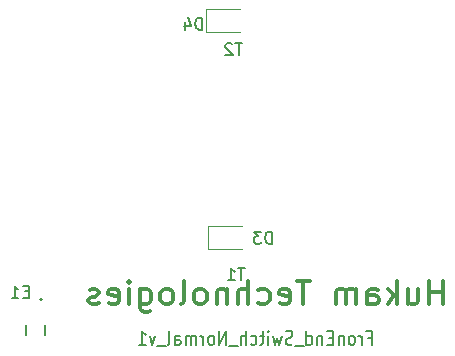
<source format=gbo>
G04 #@! TF.GenerationSoftware,KiCad,Pcbnew,5.1.7-a382d34a8~88~ubuntu18.04.1*
G04 #@! TF.CreationDate,2021-11-20T11:26:47+05:30*
G04 #@! TF.ProjectId,FrontEnd_switch_Normal_v1,46726f6e-7445-46e6-945f-737769746368,rev?*
G04 #@! TF.SameCoordinates,Original*
G04 #@! TF.FileFunction,Legend,Bot*
G04 #@! TF.FilePolarity,Positive*
%FSLAX46Y46*%
G04 Gerber Fmt 4.6, Leading zero omitted, Abs format (unit mm)*
G04 Created by KiCad (PCBNEW 5.1.7-a382d34a8~88~ubuntu18.04.1) date 2021-11-20 11:26:47*
%MOMM*%
%LPD*%
G01*
G04 APERTURE LIST*
%ADD10C,0.200000*%
%ADD11C,0.300000*%
%ADD12C,0.120000*%
%ADD13C,0.127000*%
%ADD14C,0.150000*%
G04 APERTURE END LIST*
D10*
X126609240Y-112243245D02*
X126942573Y-112243245D01*
X126942573Y-112871817D02*
X126942573Y-111671817D01*
X126466382Y-111671817D01*
X126085430Y-112871817D02*
X126085430Y-112071817D01*
X126085430Y-112300388D02*
X126037811Y-112186102D01*
X125990192Y-112128960D01*
X125894954Y-112071817D01*
X125799716Y-112071817D01*
X125323525Y-112871817D02*
X125418763Y-112814674D01*
X125466382Y-112757531D01*
X125514001Y-112643245D01*
X125514001Y-112300388D01*
X125466382Y-112186102D01*
X125418763Y-112128960D01*
X125323525Y-112071817D01*
X125180668Y-112071817D01*
X125085430Y-112128960D01*
X125037811Y-112186102D01*
X124990192Y-112300388D01*
X124990192Y-112643245D01*
X125037811Y-112757531D01*
X125085430Y-112814674D01*
X125180668Y-112871817D01*
X125323525Y-112871817D01*
X124561620Y-112071817D02*
X124561620Y-112871817D01*
X124561620Y-112186102D02*
X124514001Y-112128960D01*
X124418763Y-112071817D01*
X124275906Y-112071817D01*
X124180668Y-112128960D01*
X124133049Y-112243245D01*
X124133049Y-112871817D01*
X123656859Y-112243245D02*
X123323525Y-112243245D01*
X123180668Y-112871817D02*
X123656859Y-112871817D01*
X123656859Y-111671817D01*
X123180668Y-111671817D01*
X122752097Y-112071817D02*
X122752097Y-112871817D01*
X122752097Y-112186102D02*
X122704478Y-112128960D01*
X122609240Y-112071817D01*
X122466382Y-112071817D01*
X122371144Y-112128960D01*
X122323525Y-112243245D01*
X122323525Y-112871817D01*
X121418763Y-112871817D02*
X121418763Y-111671817D01*
X121418763Y-112814674D02*
X121514001Y-112871817D01*
X121704478Y-112871817D01*
X121799716Y-112814674D01*
X121847335Y-112757531D01*
X121894954Y-112643245D01*
X121894954Y-112300388D01*
X121847335Y-112186102D01*
X121799716Y-112128960D01*
X121704478Y-112071817D01*
X121514001Y-112071817D01*
X121418763Y-112128960D01*
X121180668Y-112986102D02*
X120418763Y-112986102D01*
X120228287Y-112814674D02*
X120085430Y-112871817D01*
X119847335Y-112871817D01*
X119752097Y-112814674D01*
X119704478Y-112757531D01*
X119656859Y-112643245D01*
X119656859Y-112528960D01*
X119704478Y-112414674D01*
X119752097Y-112357531D01*
X119847335Y-112300388D01*
X120037811Y-112243245D01*
X120133049Y-112186102D01*
X120180668Y-112128960D01*
X120228287Y-112014674D01*
X120228287Y-111900388D01*
X120180668Y-111786102D01*
X120133049Y-111728960D01*
X120037811Y-111671817D01*
X119799716Y-111671817D01*
X119656859Y-111728960D01*
X119323525Y-112071817D02*
X119133049Y-112871817D01*
X118942573Y-112300388D01*
X118752097Y-112871817D01*
X118561620Y-112071817D01*
X118180668Y-112871817D02*
X118180668Y-112071817D01*
X118180668Y-111671817D02*
X118228287Y-111728960D01*
X118180668Y-111786102D01*
X118133049Y-111728960D01*
X118180668Y-111671817D01*
X118180668Y-111786102D01*
X117847335Y-112071817D02*
X117466382Y-112071817D01*
X117704478Y-111671817D02*
X117704478Y-112700388D01*
X117656859Y-112814674D01*
X117561620Y-112871817D01*
X117466382Y-112871817D01*
X116704478Y-112814674D02*
X116799716Y-112871817D01*
X116990192Y-112871817D01*
X117085430Y-112814674D01*
X117133049Y-112757531D01*
X117180668Y-112643245D01*
X117180668Y-112300388D01*
X117133049Y-112186102D01*
X117085430Y-112128960D01*
X116990192Y-112071817D01*
X116799716Y-112071817D01*
X116704478Y-112128960D01*
X116275906Y-112871817D02*
X116275906Y-111671817D01*
X115847335Y-112871817D02*
X115847335Y-112243245D01*
X115894954Y-112128960D01*
X115990192Y-112071817D01*
X116133049Y-112071817D01*
X116228287Y-112128960D01*
X116275906Y-112186102D01*
X115609240Y-112986102D02*
X114847335Y-112986102D01*
X114609240Y-112871817D02*
X114609240Y-111671817D01*
X114037811Y-112871817D01*
X114037811Y-111671817D01*
X113418763Y-112871817D02*
X113514001Y-112814674D01*
X113561620Y-112757531D01*
X113609240Y-112643245D01*
X113609240Y-112300388D01*
X113561620Y-112186102D01*
X113514001Y-112128960D01*
X113418763Y-112071817D01*
X113275906Y-112071817D01*
X113180668Y-112128960D01*
X113133049Y-112186102D01*
X113085430Y-112300388D01*
X113085430Y-112643245D01*
X113133049Y-112757531D01*
X113180668Y-112814674D01*
X113275906Y-112871817D01*
X113418763Y-112871817D01*
X112656859Y-112871817D02*
X112656859Y-112071817D01*
X112656859Y-112300388D02*
X112609240Y-112186102D01*
X112561620Y-112128960D01*
X112466382Y-112071817D01*
X112371144Y-112071817D01*
X112037811Y-112871817D02*
X112037811Y-112071817D01*
X112037811Y-112186102D02*
X111990192Y-112128960D01*
X111894954Y-112071817D01*
X111752097Y-112071817D01*
X111656859Y-112128960D01*
X111609240Y-112243245D01*
X111609240Y-112871817D01*
X111609240Y-112243245D02*
X111561620Y-112128960D01*
X111466382Y-112071817D01*
X111323525Y-112071817D01*
X111228287Y-112128960D01*
X111180668Y-112243245D01*
X111180668Y-112871817D01*
X110275906Y-112871817D02*
X110275906Y-112243245D01*
X110323525Y-112128960D01*
X110418763Y-112071817D01*
X110609240Y-112071817D01*
X110704478Y-112128960D01*
X110275906Y-112814674D02*
X110371144Y-112871817D01*
X110609240Y-112871817D01*
X110704478Y-112814674D01*
X110752097Y-112700388D01*
X110752097Y-112586102D01*
X110704478Y-112471817D01*
X110609240Y-112414674D01*
X110371144Y-112414674D01*
X110275906Y-112357531D01*
X109656859Y-112871817D02*
X109752097Y-112814674D01*
X109799716Y-112700388D01*
X109799716Y-111671817D01*
X109514001Y-112986102D02*
X108752097Y-112986102D01*
X108609240Y-112071817D02*
X108371144Y-112871817D01*
X108133049Y-112071817D01*
X107228287Y-112871817D02*
X107799716Y-112871817D01*
X107514001Y-112871817D02*
X107514001Y-111671817D01*
X107609240Y-111843245D01*
X107704478Y-111957531D01*
X107799716Y-112014674D01*
D11*
X132958240Y-109444041D02*
X132958240Y-107444041D01*
X132958240Y-108396422D02*
X131815383Y-108396422D01*
X131815383Y-109444041D02*
X131815383Y-107444041D01*
X130005860Y-108110708D02*
X130005860Y-109444041D01*
X130863002Y-108110708D02*
X130863002Y-109158327D01*
X130767764Y-109348803D01*
X130577288Y-109444041D01*
X130291574Y-109444041D01*
X130101098Y-109348803D01*
X130005860Y-109253565D01*
X129053479Y-109444041D02*
X129053479Y-107444041D01*
X128863002Y-108682137D02*
X128291574Y-109444041D01*
X128291574Y-108110708D02*
X129053479Y-108872613D01*
X126577288Y-109444041D02*
X126577288Y-108396422D01*
X126672526Y-108205946D01*
X126863002Y-108110708D01*
X127243955Y-108110708D01*
X127434431Y-108205946D01*
X126577288Y-109348803D02*
X126767764Y-109444041D01*
X127243955Y-109444041D01*
X127434431Y-109348803D01*
X127529669Y-109158327D01*
X127529669Y-108967851D01*
X127434431Y-108777375D01*
X127243955Y-108682137D01*
X126767764Y-108682137D01*
X126577288Y-108586899D01*
X125624907Y-109444041D02*
X125624907Y-108110708D01*
X125624907Y-108301184D02*
X125529669Y-108205946D01*
X125339193Y-108110708D01*
X125053479Y-108110708D01*
X124863002Y-108205946D01*
X124767764Y-108396422D01*
X124767764Y-109444041D01*
X124767764Y-108396422D02*
X124672526Y-108205946D01*
X124482050Y-108110708D01*
X124196336Y-108110708D01*
X124005860Y-108205946D01*
X123910621Y-108396422D01*
X123910621Y-109444041D01*
X121720145Y-107444041D02*
X120577288Y-107444041D01*
X121148717Y-109444041D02*
X121148717Y-107444041D01*
X119148717Y-109348803D02*
X119339193Y-109444041D01*
X119720145Y-109444041D01*
X119910621Y-109348803D01*
X120005860Y-109158327D01*
X120005860Y-108396422D01*
X119910621Y-108205946D01*
X119720145Y-108110708D01*
X119339193Y-108110708D01*
X119148717Y-108205946D01*
X119053479Y-108396422D01*
X119053479Y-108586899D01*
X120005860Y-108777375D01*
X117339193Y-109348803D02*
X117529669Y-109444041D01*
X117910621Y-109444041D01*
X118101098Y-109348803D01*
X118196336Y-109253565D01*
X118291574Y-109063089D01*
X118291574Y-108491660D01*
X118196336Y-108301184D01*
X118101098Y-108205946D01*
X117910621Y-108110708D01*
X117529669Y-108110708D01*
X117339193Y-108205946D01*
X116482050Y-109444041D02*
X116482050Y-107444041D01*
X115624907Y-109444041D02*
X115624907Y-108396422D01*
X115720145Y-108205946D01*
X115910621Y-108110708D01*
X116196336Y-108110708D01*
X116386812Y-108205946D01*
X116482050Y-108301184D01*
X114672526Y-108110708D02*
X114672526Y-109444041D01*
X114672526Y-108301184D02*
X114577288Y-108205946D01*
X114386812Y-108110708D01*
X114101098Y-108110708D01*
X113910621Y-108205946D01*
X113815383Y-108396422D01*
X113815383Y-109444041D01*
X112577288Y-109444041D02*
X112767764Y-109348803D01*
X112863002Y-109253565D01*
X112958240Y-109063089D01*
X112958240Y-108491660D01*
X112863002Y-108301184D01*
X112767764Y-108205946D01*
X112577288Y-108110708D01*
X112291574Y-108110708D01*
X112101098Y-108205946D01*
X112005860Y-108301184D01*
X111910621Y-108491660D01*
X111910621Y-109063089D01*
X112005860Y-109253565D01*
X112101098Y-109348803D01*
X112291574Y-109444041D01*
X112577288Y-109444041D01*
X110767764Y-109444041D02*
X110958240Y-109348803D01*
X111053479Y-109158327D01*
X111053479Y-107444041D01*
X109720145Y-109444041D02*
X109910621Y-109348803D01*
X110005860Y-109253565D01*
X110101098Y-109063089D01*
X110101098Y-108491660D01*
X110005860Y-108301184D01*
X109910621Y-108205946D01*
X109720145Y-108110708D01*
X109434431Y-108110708D01*
X109243955Y-108205946D01*
X109148717Y-108301184D01*
X109053479Y-108491660D01*
X109053479Y-109063089D01*
X109148717Y-109253565D01*
X109243955Y-109348803D01*
X109434431Y-109444041D01*
X109720145Y-109444041D01*
X107339193Y-108110708D02*
X107339193Y-109729756D01*
X107434431Y-109920232D01*
X107529669Y-110015470D01*
X107720145Y-110110708D01*
X108005860Y-110110708D01*
X108196336Y-110015470D01*
X107339193Y-109348803D02*
X107529669Y-109444041D01*
X107910621Y-109444041D01*
X108101098Y-109348803D01*
X108196336Y-109253565D01*
X108291574Y-109063089D01*
X108291574Y-108491660D01*
X108196336Y-108301184D01*
X108101098Y-108205946D01*
X107910621Y-108110708D01*
X107529669Y-108110708D01*
X107339193Y-108205946D01*
X106386812Y-109444041D02*
X106386812Y-108110708D01*
X106386812Y-107444041D02*
X106482050Y-107539280D01*
X106386812Y-107634518D01*
X106291574Y-107539280D01*
X106386812Y-107444041D01*
X106386812Y-107634518D01*
X104672526Y-109348803D02*
X104863002Y-109444041D01*
X105243955Y-109444041D01*
X105434431Y-109348803D01*
X105529669Y-109158327D01*
X105529669Y-108396422D01*
X105434431Y-108205946D01*
X105243955Y-108110708D01*
X104863002Y-108110708D01*
X104672526Y-108205946D01*
X104577288Y-108396422D01*
X104577288Y-108586899D01*
X105529669Y-108777375D01*
X103815383Y-109348803D02*
X103624907Y-109444041D01*
X103243955Y-109444041D01*
X103053479Y-109348803D01*
X102958240Y-109158327D01*
X102958240Y-109063089D01*
X103053479Y-108872613D01*
X103243955Y-108777375D01*
X103529669Y-108777375D01*
X103720145Y-108682137D01*
X103815383Y-108491660D01*
X103815383Y-108396422D01*
X103720145Y-108205946D01*
X103529669Y-108110708D01*
X103243955Y-108110708D01*
X103053479Y-108205946D01*
D12*
X115770000Y-86349700D02*
X112910000Y-86349700D01*
X112910000Y-86349700D02*
X112910000Y-84429700D01*
X112910000Y-84429700D02*
X115770000Y-84429700D01*
X115955000Y-104714000D02*
X113095000Y-104714000D01*
X113095000Y-104714000D02*
X113095000Y-102794000D01*
X113095000Y-102794000D02*
X115955000Y-102794000D01*
D10*
X99063600Y-109019000D02*
G75*
G03*
X99063600Y-109019000I-100000J0D01*
G01*
D13*
X99258000Y-111165000D02*
X99258000Y-112025000D01*
X97658000Y-111165000D02*
X97658000Y-112025000D01*
D14*
X112579475Y-86164660D02*
X112579475Y-85164660D01*
X112341380Y-85164660D01*
X112198522Y-85212280D01*
X112103284Y-85307518D01*
X112055665Y-85402756D01*
X112008046Y-85593232D01*
X112008046Y-85736089D01*
X112055665Y-85926565D01*
X112103284Y-86021803D01*
X112198522Y-86117041D01*
X112341380Y-86164660D01*
X112579475Y-86164660D01*
X111150903Y-85497994D02*
X111150903Y-86164660D01*
X111388999Y-85117041D02*
X111627094Y-85831327D01*
X111008046Y-85831327D01*
X118484555Y-104287660D02*
X118484555Y-103287660D01*
X118246460Y-103287660D01*
X118103602Y-103335280D01*
X118008364Y-103430518D01*
X117960745Y-103525756D01*
X117913126Y-103716232D01*
X117913126Y-103859089D01*
X117960745Y-104049565D01*
X118008364Y-104144803D01*
X118103602Y-104240041D01*
X118246460Y-104287660D01*
X118484555Y-104287660D01*
X117579793Y-103287660D02*
X116960745Y-103287660D01*
X117294079Y-103668613D01*
X117151221Y-103668613D01*
X117055983Y-103716232D01*
X117008364Y-103763851D01*
X116960745Y-103859089D01*
X116960745Y-104097184D01*
X117008364Y-104192422D01*
X117055983Y-104240041D01*
X117151221Y-104287660D01*
X117436936Y-104287660D01*
X117532174Y-104240041D01*
X117579793Y-104192422D01*
X115978904Y-87328780D02*
X115407476Y-87328780D01*
X115693190Y-88328780D02*
X115693190Y-87328780D01*
X115121761Y-87424019D02*
X115074142Y-87376400D01*
X114978904Y-87328780D01*
X114740809Y-87328780D01*
X114645571Y-87376400D01*
X114597952Y-87424019D01*
X114550333Y-87519257D01*
X114550333Y-87614495D01*
X114597952Y-87757352D01*
X115169380Y-88328780D01*
X114550333Y-88328780D01*
X97891176Y-108340951D02*
X97557842Y-108340951D01*
X97414985Y-108864760D02*
X97891176Y-108864760D01*
X97891176Y-107864760D01*
X97414985Y-107864760D01*
X96462604Y-108864760D02*
X97034033Y-108864760D01*
X96748319Y-108864760D02*
X96748319Y-107864760D01*
X96843557Y-108007618D01*
X96938795Y-108102856D01*
X97034033Y-108150475D01*
X116191904Y-106375380D02*
X115620476Y-106375380D01*
X115906190Y-107375380D02*
X115906190Y-106375380D01*
X114763333Y-107375380D02*
X115334761Y-107375380D01*
X115049047Y-107375380D02*
X115049047Y-106375380D01*
X115144285Y-106518238D01*
X115239523Y-106613476D01*
X115334761Y-106661095D01*
M02*

</source>
